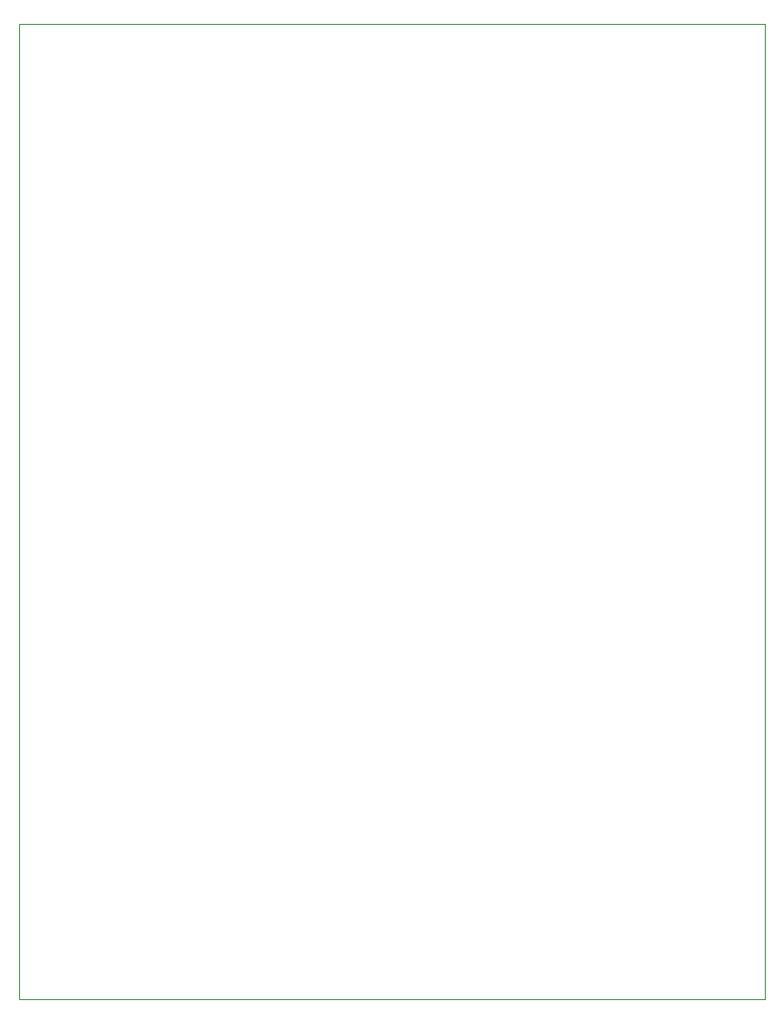
<source format=gbr>
%TF.GenerationSoftware,KiCad,Pcbnew,(5.1.9)-1*%
%TF.CreationDate,2021-03-22T20:32:08-05:00*%
%TF.ProjectId,Buffer board,42756666-6572-4206-926f-6172642e6b69,rev?*%
%TF.SameCoordinates,Original*%
%TF.FileFunction,Profile,NP*%
%FSLAX46Y46*%
G04 Gerber Fmt 4.6, Leading zero omitted, Abs format (unit mm)*
G04 Created by KiCad (PCBNEW (5.1.9)-1) date 2021-03-22 20:32:08*
%MOMM*%
%LPD*%
G01*
G04 APERTURE LIST*
%TA.AperFunction,Profile*%
%ADD10C,0.050000*%
%TD*%
G04 APERTURE END LIST*
D10*
X139700000Y-157480000D02*
X137160000Y-157480000D01*
X139700000Y-71120000D02*
X139700000Y-157480000D01*
X73660000Y-71120000D02*
X139700000Y-71120000D01*
X73660000Y-157480000D02*
X73660000Y-71120000D01*
X137160000Y-157480000D02*
X73660000Y-157480000D01*
M02*

</source>
